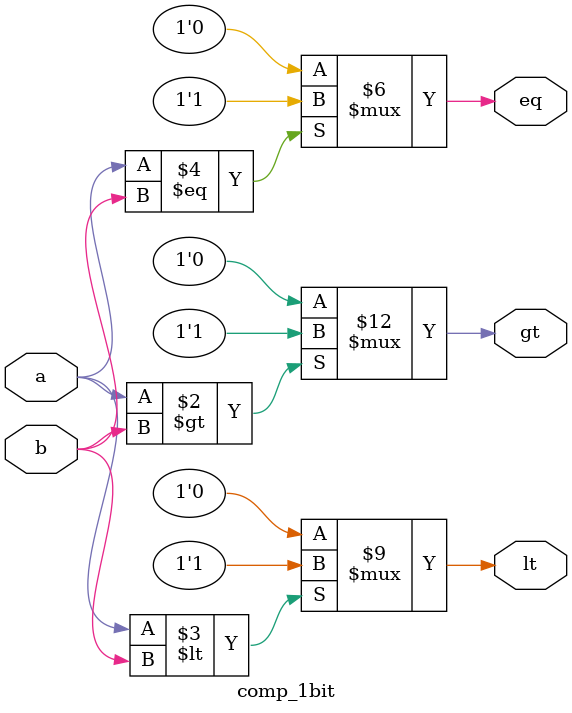
<source format=v>
module comp_1bit (
    input a,
    input b,
    output reg gt,
    output reg eq,
    output reg lt
);
    always @(*) begin
        gt = 0;
        eq = 0;
        lt = 0; 

        if (a > b) gt = 1;
        if (a < b) lt = 1;
        if (a == b) eq = 1;
    end
    
endmodule
</source>
